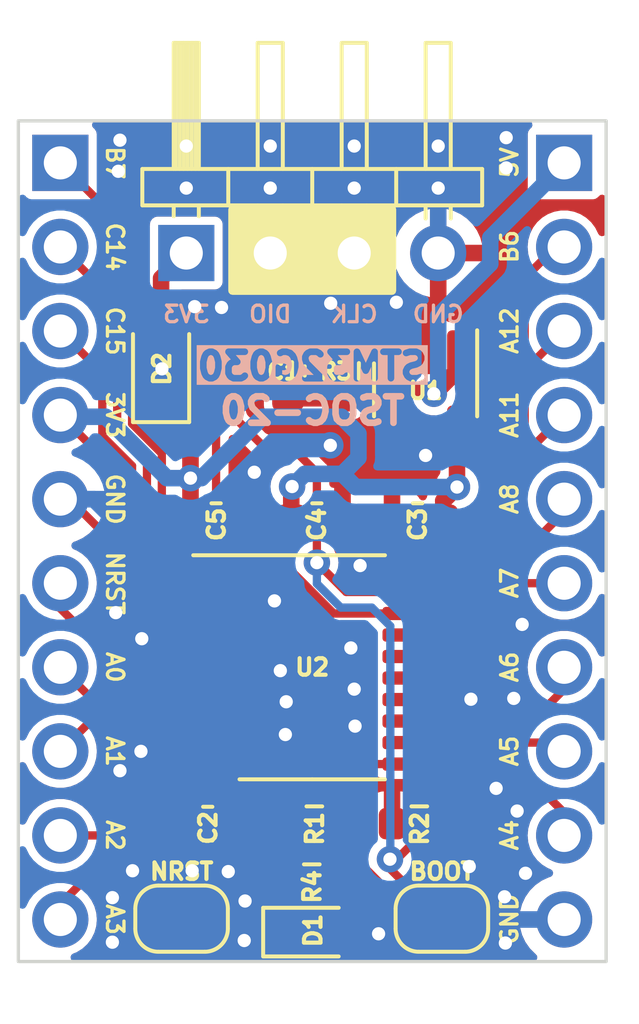
<source format=kicad_pcb>
(kicad_pcb (version 20221018) (generator pcbnew)
  (layers (0 "F.Cu" signal) (31 "B.Cu" signal) (34 "B.Paste" user) (35 "F.Paste" user) (36 "B.SilkS" user "B.Silkscreen") (37 "F.SilkS" user "F.Silkscreen") (38 "B.Mask" user) (39 "F.Mask" user) (44 "Edge.Cuts" user))
  (net 0 "")
  (net 1 "GND")
  (net 2 "+3.3V")
  (net 3 "NRST")
  (net 4 "PA4")
  (net 5 "Net-(D2-A)")
  (net 6 "SWDIO")
  (net 7 "SWCLK{slash}BOOT0")
  (net 8 "PB7")
  (net 9 "PC14")
  (net 10 "PC15")
  (net 11 "PA0")
  (net 12 "PA1")
  (net 13 "PB6")
  (net 14 "PA11")
  (net 15 "PA12")
  (net 16 "PA8")
  (net 17 "PA7")
  (net 18 "PA6")
  (net 19 "PA2")
  (net 20 "PA3")
  (net 21 "PA5")
  (net 22 "Net-(D1-A)")
  (net 23 "+5V")
  (net 24 "Net-(U1-CE)")
  (net 26 "Net-(JP2-A)")
  (footprint "Capacitor_SMD:C_0603_1608Metric" (layer "F.Cu") (at 79.389 122.8344 180)
    (fp_text reference "C2" (at -0.0114 -0.127 90) (layer "F.SilkS") (effects (font (size 0.5 0.5) (thickness 0.125))))
    (fp_text value "100nF")
    (pad "1" smd roundrect (at -0.775 0 180) (size 0.9 0.95) (layers "F.Cu" "F.Paste" "F.Mask") (net 1 "GND"))
    (pad "2" smd roundrect (at 0.775 0 180) (size 0.9 0.95) (layers "F.Cu" "F.Paste" "F.Mask") (net 3 "NRST"))
  )
  (footprint "LED_SMD:LED_0603_1608Metric" (layer "F.Cu") (at 82.55 126.111)
    (fp_text reference "D1" (at 0.0254 -0.0508 90) (layer "F.SilkS") (effects (font (size 0.5 0.5) (thickness 0.125))))
    (fp_text value "BLUE")
    (pad "1" smd roundrect (at -0.7875 0) (size 0.875 0.95) (layers "F.Cu" "F.Paste" "F.Mask") (net 4 "PA4"))
    (pad "2" smd roundrect (at 0.7875 0) (size 0.875 0.95) (layers "F.Cu" "F.Paste" "F.Mask") (net 22 "Net-(D1-A)"))
  )
  (footprint "Connector_PinHeader_2.54mm:PinHeader_1x10_P2.54mm_Vertical" (layer "F.Cu") (at 74.93 102.87)
    (fp_text reference "J2" hide)
    (fp_text value "LEFT")
    (pad "1" thru_hole rect (at 0 0) (size 1.7 1.7) (drill 1) (layers "*.Cu" "*.Mask") (net 8 "PB7"))
    (pad "2" thru_hole oval (at 0 2.54) (size 1.7 1.7) (drill 1) (layers "*.Cu" "*.Mask") (net 9 "PC14"))
    (pad "3" thru_hole oval (at 0 5.08) (size 1.7 1.7) (drill 1) (layers "*.Cu" "*.Mask") (net 10 "PC15"))
    (pad "4" thru_hole oval (at 0 7.62) (size 1.7 1.7) (drill 1) (layers "*.Cu" "*.Mask") (net 2 "+3.3V"))
    (pad "5" thru_hole oval (at 0 10.16) (size 1.7 1.7) (drill 1) (layers "*.Cu" "*.Mask") (net 1 "GND"))
    (pad "6" thru_hole oval (at 0 12.7) (size 1.7 1.7) (drill 1) (layers "*.Cu" "*.Mask") (net 3 "NRST"))
    (pad "7" thru_hole oval (at 0 15.24) (size 1.7 1.7) (drill 1) (layers "*.Cu" "*.Mask") (net 11 "PA0"))
    (pad "8" thru_hole oval (at 0 17.78) (size 1.7 1.7) (drill 1) (layers "*.Cu" "*.Mask") (net 12 "PA1"))
    (pad "9" thru_hole oval (at 0 20.32) (size 1.7 1.7) (drill 1) (layers "*.Cu" "*.Mask") (net 19 "PA2"))
    (pad "10" thru_hole oval (at 0 22.86) (size 1.7 1.7) (drill 1) (layers "*.Cu" "*.Mask") (net 20 "PA3"))
  )
  (footprint "Capacitor_SMD:C_0603_1608Metric" (layer "F.Cu") (at 85.738 113.665)
    (fp_text reference "C3" (at 0 0.127 90) (layer "F.SilkS") (effects (font (size 0.5 0.5) (thickness 0.125))))
    (fp_text value "10uF")
    (pad "1" smd roundrect (at -0.775 0) (size 0.9 0.95) (layers "F.Cu" "F.Paste" "F.Mask") (net 1 "GND"))
    (pad "2" smd roundrect (at 0.775 0) (size 0.9 0.95) (layers "F.Cu" "F.Paste" "F.Mask") (net 2 "+3.3V"))
  )
  (footprint "Capacitor_SMD:C_0603_1608Metric" (layer "F.Cu") (at 81.8134 109.1568 -90)
    (fp_text reference "C1" (at 0.0124 0.127) (layer "F.SilkS") (effects (font (size 0.5 0.5) (thickness 0.125))))
    (fp_text value "10uF")
    (pad "1" smd roundrect (at -0.775 0 270) (size 0.9 0.95) (layers "F.Cu" "F.Paste" "F.Mask") (net 1 "GND"))
    (pad "2" smd roundrect (at 0.775 0 270) (size 0.9 0.95) (layers "F.Cu" "F.Paste" "F.Mask") (net 23 "+5V"))
  )
  (footprint "Capacitor_SMD:C_0603_1608Metric" (layer "F.Cu") (at 82.69 113.665)
    (fp_text reference "C4" (at 0 0.127 90) (layer "F.SilkS") (effects (font (size 0.5 0.5) (thickness 0.125))))
    (fp_text value "100nF")
    (pad "1" smd roundrect (at -0.775 0) (size 0.9 0.95) (layers "F.Cu" "F.Paste" "F.Mask") (net 2 "+3.3V"))
    (pad "2" smd roundrect (at 0.775 0) (size 0.9 0.95) (layers "F.Cu" "F.Paste" "F.Mask") (net 1 "GND"))
  )
  (footprint "Resistor_SMD:R_0603_1608Metric" (layer "F.Cu") (at 85.789 122.8344 180)
    (fp_text reference "R2" (at -0.0122 -0.1524 90) (layer "F.SilkS") (effects (font (size 0.5 0.5) (thickness 0.125))))
    (fp_text value "10k")
    (pad "1" smd roundrect (at -0.825 0 180) (size 0.8 0.95) (layers "F.Cu" "F.Paste" "F.Mask") (net 7 "SWCLK{slash}BOOT0"))
    (pad "2" smd roundrect (at 0.825 0 180) (size 0.8 0.95) (layers "F.Cu" "F.Paste" "F.Mask") (net 1 "GND"))
  )
  (footprint "Diode_SMD:D_SOD-323" (layer "F.Cu") (at 77.978 109.093 90)
    (fp_text reference "D2" (at 0 0.0254 90) (layer "F.SilkS") (effects (font (size 0.5 0.5) (thickness 0.125))))
    (fp_text value "1N5819WS")
    (pad "1" smd roundrect (at -1.05 0 90) (size 0.6 0.45) (layers "F.Cu" "F.Paste" "F.Mask") (net 2 "+3.3V"))
    (pad "2" smd roundrect (at 1.05 0 90) (size 0.6 0.45) (layers "F.Cu" "F.Paste" "F.Mask") (net 5 "Net-(D2-A)"))
  )
  (footprint "Resistor_SMD:R_0603_1608Metric" (layer "F.Cu") (at 83.439 109.156 -90)
    (fp_text reference "R3" (at 0.0132 0.1524) (layer "F.SilkS") (effects (font (size 0.5 0.5) (thickness 0.125))))
    (fp_text value "100k")
    (pad "1" smd roundrect (at -0.825 0 270) (size 0.8 0.95) (layers "F.Cu" "F.Paste" "F.Mask") (net 24 "Net-(U1-CE)"))
    (pad "2" smd roundrect (at 0.825 0 270) (size 0.8 0.95) (layers "F.Cu" "F.Paste" "F.Mask") (net 23 "+5V"))
  )
  (footprint "Capacitor_SMD:C_0603_1608Metric" (layer "F.Cu") (at 79.642 113.665)
    (fp_text reference "C5" (at 0.0124 0.127 90) (layer "F.SilkS") (effects (font (size 0.5 0.5) (thickness 0.125))))
    (fp_text value "10uF")
    (pad "1" smd roundrect (at -0.775 0) (size 0.9 0.95) (layers "F.Cu" "F.Paste" "F.Mask") (net 2 "+3.3V"))
    (pad "2" smd roundrect (at 0.775 0) (size 0.9 0.95) (layers "F.Cu" "F.Paste" "F.Mask") (net 1 "GND"))
  )
  (footprint "Connector_PinHeader_2.54mm:PinHeader_1x04_P2.54mm_Horizontal" (layer "F.Cu") (at 78.74 105.594 90)
    (fp_text reference "J1" hide)
    (fp_text value "STLINK")
    (pad "1" thru_hole rect (at 0 0 90) (size 1.7 1.7) (drill 1) (layers "*.Cu" "*.Mask") (net 5 "Net-(D2-A)"))
    (pad "2" thru_hole oval (at 0 2.54 90) (size 1.7 1.7) (drill 1) (layers "*.Cu" "*.Mask") (net 6 "SWDIO"))
    (pad "3" thru_hole oval (at 0 5.08 90) (size 1.7 1.7) (drill 1) (layers "*.Cu" "*.Mask") (net 7 "SWCLK{slash}BOOT0"))
    (pad "4" thru_hole oval (at 0 7.62 90) (size 1.7 1.7) (drill 1) (layers "*.Cu" "*.Mask") (net 1 "GND"))
  )
  (footprint "Resistor_SMD:R_0603_1608Metric" (layer "F.Cu") (at 82.614 122.8344)
    (fp_text reference "R1" (at 0.0122 0.1524 90) (layer "F.SilkS") (effects (font (size 0.5 0.5) (thickness 0.125))))
    (fp_text value "330")
    (pad "1" smd roundrect (at -0.825 0) (size 0.8 0.95) (layers "F.Cu" "F.Paste" "F.Mask") (net 2 "+3.3V"))
    (pad "2" smd roundrect (at 0.825 0) (size 0.8 0.95) (layers "F.Cu" "F.Paste" "F.Mask") (net 26 "Net-(JP2-A)"))
  )
  (footprint "Package_TO_SOT_SMD:SOT-23-5" (layer "F.Cu") (at 85.979 109.728 -90)
    (fp_text reference "U1" (at 0.0254 0) (layer "F.SilkS") (effects (font (size 0.5 0.5) (thickness 0.125) bold)))
    (fp_text value "XC6220B331MR")
    (pad "1" smd roundrect (at -1.1375 -0.95 270) (size 1.325 0.6) (layers "F.Cu" "F.Paste" "F.Mask") (net 23 "+5V"))
    (pad "2" smd roundrect (at -1.1375 0 270) (size 1.325 0.6) (layers "F.Cu" "F.Paste" "F.Mask") (net 1 "GND"))
    (pad "3" smd roundrect (at -1.1375 0.95 270) (size 1.325 0.6) (layers "F.Cu" "F.Paste" "F.Mask") (net 24 "Net-(U1-CE)"))
    (pad "4" smd roundrect (at 1.1375 0.95 270) (size 1.325 0.6) (layers "F.Cu" "F.Paste" "F.Mask"))
    (pad "5" smd roundrect (at 1.1375 -0.95 270) (size 1.325 0.6) (layers "F.Cu" "F.Paste" "F.Mask") (net 2 "+3.3V"))
  )
  (footprint "Package_SO:TSSOP-20_4.4x6.5mm_P0.65mm" (layer "F.Cu") (at 82.55 118.11)
    (fp_text reference "U2" (at 0 0) (layer "F.SilkS") (effects (font (size 0.5 0.5) (thickness 0.125))))
    (fp_text value "STM32G030F6Px")
    (pad "1" smd roundrect (at -2.8625 -2.925) (size 1.475 0.4) (layers "F.Cu" "F.Paste" "F.Mask") (net 8 "PB7"))
    (pad "2" smd roundrect (at -2.8625 -2.275) (size 1.475 0.4) (layers "F.Cu" "F.Paste" "F.Mask") (net 9 "PC14"))
    (pad "3" smd roundrect (at -2.8625 -1.625) (size 1.475 0.4) (layers "F.Cu" "F.Paste" "F.Mask") (net 10 "PC15"))
    (pad "4" smd roundrect (at -2.8625 -0.975) (size 1.475 0.4) (layers "F.Cu" "F.Paste" "F.Mask") (net 2 "+3.3V"))
    (pad "5" smd roundrect (at -2.8625 -0.325) (size 1.475 0.4) (layers "F.Cu" "F.Paste" "F.Mask") (net 1 "GND"))
    (pad "6" smd roundrect (at -2.8625 0.325) (size 1.475 0.4) (layers "F.Cu" "F.Paste" "F.Mask") (net 3 "NRST"))
    (pad "7" smd roundrect (at -2.8625 0.975) (size 1.475 0.4) (layers "F.Cu" "F.Paste" "F.Mask") (net 11 "PA0"))
    (pad "8" smd roundrect (at -2.8625 1.625) (size 1.475 0.4) (layers "F.Cu" "F.Paste" "F.Mask") (net 12 "PA1"))
    (pad "9" smd roundrect (at -2.8625 2.275) (size 1.475 0.4) (layers "F.Cu" "F.Paste" "F.Mask") (net 19 "PA2"))
    (pad "10" smd roundrect (at -2.8625 2.925) (size 1.475 0.4) (layers "F.Cu" "F.Paste" "F.Mask") (net 20 "PA3"))
    (pad "11" smd roundrect (at 2.8625 2.925) (size 1.475 0.4) (layers "F.Cu" "F.Paste" "F.Mask") (net 4 "PA4"))
    (pad "12" smd roundrect (at 2.8625 2.275) (size 1.475 0.4) (layers "F.Cu" "F.Paste" "F.Mask") (net 21 "PA5"))
    (pad "13" smd roundrect (at 2.8625 1.625) (size 1.475 0.4) (layers "F.Cu" "F.Paste" "F.Mask") (net 18 "PA6"))
    (pad "14" smd roundrect (at 2.8625 0.975) (size 1.475 0.4) (layers "F.Cu" "F.Paste" "F.Mask") (net 17 "PA7"))
    (pad "15" smd roundrect (at 2.8625 0.325) (size 1.475 0.4) (layers "F.Cu" "F.Paste" "F.Mask") (net 16 "PA8"))
    (pad "16" smd roundrect (at 2.8625 -0.325) (size 1.475 0.4) (layers "F.Cu" "F.Paste" "F.Mask") (net 14 "PA11"))
    (pad "17" smd roundrect (at 2.8625 -0.975) (size 1.475 0.4) (layers "F.Cu" "F.Paste" "F.Mask") (net 15 "PA12"))
    (pad "18" smd roundrect (at 2.8625 -1.625) (size 1.475 0.4) (layers "F.Cu" "F.Paste" "F.Mask") (net 6 "SWDIO"))
    (pad "19" smd roundrect (at 2.8625 -2.275) (size 1.475 0.4) (layers "F.Cu" "F.Paste" "F.Mask") (net 7 "SWCLK{slash}BOOT0"))
    (pad "20" smd roundrect (at 2.8625 -2.925) (size 1.475 0.4) (layers "F.Cu" "F.Paste" "F.Mask") (net 13 "PB6"))
  )
  (footprint "Jumper:SolderJumper-2_P1.3mm_Open_RoundedPad1.0x1.5mm" (layer "F.Cu") (at 86.472 125.7046)
    (fp_text reference "JP2" hide)
    (fp_text value "BOOT0")
    (pad "1" smd custom (at -0.65 0) (size 1 0.5) (layers "F.Cu" "F.Mask") (net 26 "Net-(JP2-A)") (options (clearance outline) (anchor rect)) (primitives (gr_circle (center 0 0.25) (end 0.5 0.25) (width 0) (fill yes)) (gr_circle (center 0 -0.25) (end 0.5 -0.25) (width 0) (fill yes)) (gr_poly (pts (xy 0.5 0.75) (xy 0 0.75) (xy 0 -0.75) (xy 0.5 -0.75)) (width 0) (fill yes))))
    (pad "2" smd custom (at 0.65 0) (size 1 0.5) (layers "F.Cu" "F.Mask") (net 7 "SWCLK{slash}BOOT0") (options (clearance outline) (anchor rect)) (primitives (gr_circle (center 0 0.25) (end 0.5 0.25) (width 0) (fill yes)) (gr_circle (center 0 -0.25) (end 0.5 -0.25) (width 0) (fill yes)) (gr_poly (pts (xy 0 0.75) (xy -0.5 0.75) (xy -0.5 -0.75) (xy 0 -0.75)) (width 0) (fill yes))))
  )
  (footprint "Connector_PinHeader_2.54mm:PinHeader_1x10_P2.54mm_Vertical" (layer "F.Cu") (at 90.17 102.87)
    (fp_text reference "J3" hide)
    (fp_text value "RIGHT")
    (pad "1" thru_hole rect (at 0 0) (size 1.7 1.7) (drill 1) (layers "*.Cu" "*.Mask") (net 23 "+5V"))
    (pad "2" thru_hole oval (at 0 2.54) (size 1.7 1.7) (drill 1) (layers "*.Cu" "*.Mask") (net 13 "PB6"))
    (pad "3" thru_hole oval (at 0 5.08) (size 1.7 1.7) (drill 1) (layers "*.Cu" "*.Mask") (net 15 "PA12"))
    (pad "4" thru_hole oval (at 0 7.62) (size 1.7 1.7) (drill 1) (layers "*.Cu" "*.Mask") (net 14 "PA11"))
    (pad "5" thru_hole oval (at 0 10.16) (size 1.7 1.7) (drill 1) (layers "*.Cu" "*.Mask") (net 16 "PA8"))
    (pad "6" thru_hole oval (at 0 12.7) (size 1.7 1.7) (drill 1) (layers "*.Cu" "*.Mask") (net 17 "PA7"))
    (pad "7" thru_hole oval (at 0 15.24) (size 1.7 1.7) (drill 1) (layers "*.Cu" "*.Mask") (net 18 "PA6"))
    (pad "8" thru_hole oval (at 0 17.78) (size 1.7 1.7) (drill 1) (layers "*.Cu" "*.Mask") (net 21 "PA5"))
    (pad "9" thru_hole oval (at 0 20.32) (size 1.7 1.7) (drill 1) (layers "*.Cu" "*.Mask") (net 4 "PA4"))
    (pad "10" thru_hole oval (at 0 22.86) (size 1.7 1.7) (drill 1) (layers "*.Cu" "*.Mask") (net 1 "GND"))
  )
  (footprint "Jumper:SolderJumper-2_P1.3mm_Open_RoundedPad1.0x1.5mm" (layer "F.Cu") (at 78.598 125.7046 180)
    (fp_text reference "JP1" hide)
    (fp_text value "RESET")
    (pad "1" smd custom (at -0.65 0 180) (size 1 0.5) (layers "F.Cu" "F.Mask") (net 1 "GND") (options (clearance outline) (anchor rect)) (primitives (gr_circle (center 0 0.25) (end 0.5 0.25) (width 0) (fill yes)) (gr_circle (center 0 -0.25) (end 0.5 -0.25) (width 0) (fill yes)) (gr_poly (pts (xy 0.5 0.75) (xy 0 0.75) (xy 0 -0.75) (xy 0.5 -0.75)) (width 0) (fill yes))))
    (pad "2" smd custom (at 0.65 0 180) (size 1 0.5) (layers "F.Cu" "F.Mask") (net 3 "NRST") (options (clearance outline) (anchor rect)) (primitives (gr_circle (center 0 0.25) (end 0.5 0.25) (width 0) (fill yes)) (gr_circle (center 0 -0.25) (end 0.5 -0.25) (width 0) (fill yes)) (gr_poly (pts (xy 0 0.75) (xy -0.5 0.75) (xy -0.5 -0.75) (xy 0 -0.75)) (width 0) (fill yes))))
  )
  (footprint "Resistor_SMD:R_0603_1608Metric" (layer "F.Cu") (at 82.5368 124.587)
    (fp_text reference "R4" (at 0.0132 0.1524 90) (layer "F.SilkS") (effects (font (size 0.5 0.5) (thickness 0.125))))
    (fp_text value "10k")
    (pad "1" smd roundrect (at -0.825 0) (size 0.8 0.95) (layers "F.Cu" "F.Paste" "F.Mask") (net 2 "+3.3V"))
    (pad "2" smd roundrect (at 0.825 0) (size 0.8 0.95) (layers "F.Cu" "F.Paste" "F.Mask") (net 22 "Net-(D1-A)"))
  )
  (gr_rect (start 73.66 101.6) (end 91.44 127) (stroke (width 0.1)) (fill none) (layer "Edge.Cuts"))
  (gr_text "TSOC-20" (at 82.55 110.363) (layer "B.SilkS") (effects (font (size 0.8 0.8) (thickness 0.2) bold) (justify mirror)))
  (gr_text "DIO" (at 81.28 107.442) (layer "B.SilkS") (effects (font (size 0.5 0.5) (thickness 0.1) bold) (justify mirror)))
  (gr_text "STM32G030" (at 82.55 109.0168) (layer "B.SilkS" knockout) (effects (font (size 0.8 0.8) (thickness 0.2) bold) (justify mirror)))
  (gr_text "GND" (at 86.36 107.442) (layer "B.SilkS") (effects (font (size 0.5 0.5) (thickness 0.1) bold) (justify mirror)))
  (gr_text "3V3" (at 78.74 107.442) (layer "B.SilkS") (effects (font (size 0.5 0.5) (thickness 0.1) bold) (justify mirror)))
  (gr_text "CLK" (at 83.82 107.442) (layer "B.SilkS") (effects (font (size 0.5 0.5) (thickness 0.1) bold) (justify mirror)))
  (gr_text "GND" (at 88.519 125.72 90) (layer "F.SilkS") (effects (font (size 0.5 0.5) (thickness 0.1) bold)))
  (gr_text "A0" (at 76.581 118.11 270) (layer "F.SilkS") (effects (font (size 0.5 0.5) (thickness 0.1) bold)))
  (gr_text "C15" (at 76.581 107.95 270) (layer "F.SilkS") (effects (font (size 0.5 0.5) (thickness 0.1) bold)))
  (gr_text "A6" (at 88.519 118.1 90) (layer "F.SilkS") (effects (font (size 0.5 0.5) (thickness 0.1) bold)))
  (gr_text "B7" (at 76.581 102.87 270) (layer "F.SilkS") (effects (font (size 0.5 0.5) (thickness 0.1) bold)))
  (gr_text "A4" (at 88.519 123.18 90) (layer "F.SilkS") (effects (font (size 0.5 0.5) (thickness 0.1) bold)))
  (gr_text "5V" (at 88.519 102.86 90) (layer "F.SilkS") (effects (font (size 0.5 0.5) (thickness 0.1) bold)))
  (gr_text "C14" (at 76.581 105.41 270) (layer "F.SilkS") (effects (font (size 0.5 0.5) (thickness 0.1) bold)))
  (gr_text "B6" (at 88.519 105.4 90) (layer "F.SilkS") (effects (font (size 0.5 0.5) (thickness 0.1) bold)))
  (gr_text "A12" (at 88.519 107.94 90) (layer "F.SilkS") (effects (font (size 0.5 0.5) (thickness 0.1) bold)))
  (gr_text "A1" (at 76.581 120.65 270) (layer "F.SilkS") (effects (font (size 0.5 0.5) (thickness 0.1) bold)))
  (gr_text "A8" (at 88.519 113.02 90) (layer "F.SilkS") (effects (font (size 0.5 0.5) (thickness 0.1) bold)))
  (gr_text "GND" (at 76.581 113.03 270) (layer "F.SilkS") (effects (font (size 0.5 0.5) (thickness 0.1) bold)))
  (gr_text "NRST" (at 78.6 124.28) (layer "F.SilkS") (effects (font (size 0.5 0.5) (thickness 0.125))))
  (gr_text "A5" (at 88.519 120.64 90) (layer "F.SilkS") (effects (font (size 0.5 0.5) (thickness 0.1) bold)))
  (gr_text "A11" (at 88.519 110.48 90) (layer "F.SilkS") (effects (font (size 0.5 0.5) (thickness 0.1) bold)))
  (gr_text "BOOT" (at 86.472 124.28) (layer "F.SilkS") (effects (font (size 0.5 0.5) (thickness 0.125))))
  (gr_text "A2" (at 76.581 123.19 270) (layer "F.SilkS") (effects (font (size 0.5 0.5) (thickness 0.1) bold)))
  (gr_text "NRST" (at 76.581 115.57 270) (layer "F.SilkS") (effects (font (size 0.5 0.5) (thickness 0.1) bold)))
  (gr_text "A3" (at 76.581 125.73 270) (layer "F.SilkS") (effects (font (size 0.5 0.5) (thickness 0.1) bold)))
  (gr_text "3V3" (at 76.581 110.49 270) (layer "F.SilkS") (effects (font (size 0.5 0.5) (thickness 0.1) bold)))
  (gr_text "A7" (at 88.519 115.56 90) (layer "F.SilkS") (effects (font (size 0.5 0.5) (thickness 0.1) bold)))
  (segment (start 86.36 107.648472) (end 86.36 105.594) (width 0.5) (layer "F.Cu") (net 1))
  (segment (start 88.6206 124.714) (end 88.6206 124.7902) (width 0.25) (layer "F.Cu") (net 1))
  (segment (start 79.248 125.7046) (end 79.248 126.111) (width 0.25) (layer "F.Cu") (net 1))
  (segment (start 83.980682 115.0366) (end 83.9978 115.0366) (width 0.5) (layer "F.Cu") (net 1))
  (segment (start 81.7372 120.015) (end 81.7372 120.142) (width 0.25) (layer "F.Cu") (net 1))
  (segment (start 85.979 108.029472) (end 85.979 108.5905) (width 0.5) (layer "F.Cu") (net 1))
  (segment (start 84.963 113.665) (end 84.963 112.4712) (width 0.5) (layer "F.Cu") (net 1))
  (segment (start 82.8548 107.3404) (end 83.1088 107.1118) (width 0.5) (layer "F.Cu") (net 1))
  (segment (start 84.963 112.4712) (end 85.4562 111.978) (width 0.5) (layer "F.Cu") (net 1))
  (segment (start 83.1088 107.1118) (end 85.0646 107.1118) (width 0.5) (layer "F.Cu") (net 1))
  (segment (start 81.4324 108.3818) (end 81.8134 108.3818) (width 0.5) (layer "F.Cu") (net 1))
  (segment (start 88.6206 125.2982) (end 88.6206 125.5776) (width 0.25) (layer "F.Cu") (net 1))
  (segment (start 82.4738 107.3404) (end 82.8548 107.3404) (width 0.5) (layer "F.Cu") (net 1))
  (segment (start 82.1436 119.6086) (end 81.7372 120.015) (width 0.25) (layer "F.Cu") (net 1))
  (segment (start 81.3054 121.693) (end 80.164 122.8344) (width 0.25) (layer "F.Cu") (net 1))
  (segment (start 78.9178 124.2568) (end 79.274 124.613) (width 0.25) (layer "F.Cu") (net 1))
  (segment (start 83.0975 111.4044) (end 82.5249 110.8318) (width 0.5) (layer "F.Cu") (net 1))
  (segment (start 88.6206 125.5776) (end 88.773 125.73) (width 0.25) (layer "F.Cu") (net 1))
  (segment (start 89.0016 124.333) (end 88.6206 124.714) (width 0.25) (layer "F.Cu") (net 1))
  (segment (start 83.465 113.665) (end 83.465 114.520918) (width 0.5) (layer "F.Cu") (net 1))
  (segment (start 88.773 125.73) (end 90.17 125.73) (width 0.25) (layer "F.Cu") (net 1))
  (segment (start 81.3054 120.4468) (end 81.3054 121.693) (width 0.25) (layer "F.Cu") (net 1))
  (segment (start 80.164 122.8344) (end 80.164 124.1282) (width 0.25) (layer "F.Cu") (net 1))
  (segment (start 82.5249 110.8318) (end 81.283806 110.8318) (width 0.5) (layer "F.Cu") (net 1))
  (segment (start 87.4776 123.0376) (end 87.4776 122.1994) (width 0.25) (layer "F.Cu") (net 1))
  (segment (start 82.1436 118.7704) (end 81.7626 119.1514) (width 0.25) (layer "F.Cu") (net 1))
  (segment (start 77.9324 117.785) (end 79.6875 117.785) (width 0.25) (layer "F.Cu") (net 1))
  (segment (start 76.1238 115.2652) (end 76.1238 113.9444) (width 0.25) (layer "F.Cu") (net 1))
  (segment (start 87.4776 122.1994) (end 86.9696 121.6914) (width 0.25) (layer "F.Cu") (net 1))
  (segment (start 85.094335 107.082065) (end 85.094335 107.144807) (width 0.5) (layer "F.Cu") (net 1))
  (segment (start 76.6064 116.459) (end 77.9324 117.785) (width 0.25) (layer "F.Cu") (net 1))
  (segment (start 81.8134 108.3818) (end 81.8134 108.0008) (width 0.5) (layer "F.Cu") (net 1))
  (segment (start 85.0646 107.1118) (end 85.094335 107.082065) (width 0.5) (layer "F.Cu") (net 1))
  (segment (start 81.6102 120.142) (end 81.3054 120.4468) (width 0.25) (layer "F.Cu") (net 1))
  (segment (start 84.963 113.665) (end 83.465 113.665) (width 0.5) (layer "F.Cu") (net 1))
  (segment (start 80.7974 109.0168) (end 81.4324 108.3818) (width 0.5) (layer "F.Cu") (net 1))
  (segment (start 81.7626 119.1514) (end 82.1436 119.5324) (width 0.25) (layer "F.Cu") (net 1))
  (segment (start 79.274 124.613) (end 79.274 125.6786) (width 0.25) (layer "F.Cu") (net 1))
  (segment (start 85.4562 111.978) (end 85.7102 111.978) (width 0.5) (layer "F.Cu") (net 1))
  (segment (start 76.6064 116.459) (end 76.6064 115.7478) (width 0.25) (layer "F.Cu") (net 1))
  (segment (start 82.1436 118.2116) (end 82.1436 118.7704) (width 0.25) (layer "F.Cu") (net 1))
  (segment (start 81.8134 108.0008) (end 82.4738 107.3404) (width 0.5) (layer "F.Cu") (net 1))
  (segment (start 85.7102 111.978) (end 85.979 111.7092) (width 0.5) (layer "F.Cu") (net 1))
  (segment (start 81.5848 118.2116) (end 82.1436 118.2116) (width 0.25) (layer "F.Cu") (net 1))
  (segment (start 83.0975 111.4044) (end 83.465 111.7719) (width 0.5) (layer "F.Cu") (net 1))
  (segment (start 79.6875 117.785) (end 81.717 117.785) (width 0.25) (layer "F.Cu") (net 1))
  (segment (start 81.7372 120.142) (end 81.6102 120.142) (width 0.25) (layer "F.Cu") (net 1))
  (segment (start 76.1238 113.9444) (end 75.2094 113.03) (width 0.25) (layer "F.Cu") (net 1))
  (segment (start 85.979 108.029472) (end 86.36 107.648472) (width 0.5) (layer "F.Cu") (net 1))
  (segment (start 76.6064 115.7478) (end 76.1238 115.2652) (width 0.25) (layer "F.Cu") (net 1))
  (segment (start 83.465 111.7719) (end 83.465 113.665) (width 0.5) (layer "F.Cu") (net 1))
  (segment (start 89.0016 124.333) (end 88.773 124.333) (width 0.25) (layer "F.Cu") (net 1))
  (segment (start 80.7974 112.2172) (end 80.417 112.5976) (width 0.5) (layer "F.Cu") (net 1))
  (segment (start 84.964 121.6914) (end 84.964 122.8344) (width 0.25) (layer "F.Cu") (net 1))
  (segment (start 81.717 117.785) (end 81.5848 118.2116) (width 0.25) (layer "F.Cu") (net 1))
  (segment (start 79.274 125.6786) (end 79.248 125.7046) (width 0.25) (layer "F.Cu") (net 1))
  (segment (start 88.773 124.333) (end 87.4776 123.0376) (width 0.25) (layer "F.Cu") (net 1))
  (segment (start 88.6206 124.7902) (end 88.3666 125.0442) (width 0.25) (layer "F.Cu") (net 1))
  (segment (start 86.9696 121.6914) (end 84.964 121.6914) (width 0.25) (layer "F.Cu") (net 1))
  (segment (start 85.094335 107.144807) (end 85.979 108.029472) (width 0.5) (layer "F.Cu") (net 1))
  (segment (start 82.1436 119.5324) (end 82.1436 119.6086) (width 0.25) (layer "F.Cu") (net 1))
  (segment (start 80.7974 110.345394) (end 80.7974 109.0168) (width 0.5) (layer "F.Cu") (net 1))
  (segment (start 88.3666 125.0442) (end 88.6206 125.2982) (width 0.25) (layer "F.Cu") (net 1))
  (segment (start 80.164 124.1282) (end 80.01 124.2822) (width 0.25) (layer "F.Cu") (net 1))
  (segment (start 80.417 112.5976) (end 80.417 113.665) (width 0.5) (layer "F.Cu") (net 1))
  (segment (start 83.465 114.520918) (end 83.980682 115.0366) (width 0.5) (layer "F.Cu") (net 1))
  (segment (start 81.283806 110.8318) (end 80.7974 110.345394) (width 0.5) (layer "F.Cu") (net 1))
  (via (at 76.6064 116.459) (size 0.8) (drill 0.4) (layers "F.Cu" "B.Cu") (net 1))
  (via (at 77.3938 117.2464) (size 0.8) (drill 0.4) (layers "F.Cu" "B.Cu") (net 1))
  (via (at 80.7974 112.2172) (size 0.8) (drill 0.4) (layers "F.Cu" "B.Cu") (net 1))
  (via (at 85.094335 107.082065) (size 0.8) (drill 0.4) (layers "F.Cu" "B.Cu") (net 1))
  (via (at 81.5848 118.2116) (size 0.8) (drill 0.4) (layers "F.Cu" "B.Cu") (net 1))
  (via (at 83.7184 117.5258) (size 0.8) (drill 0.4) (layers "F.Cu" "B.Cu") (net 1))
  (via (at 83.0975 111.4044) (size 0.8) (drill 0.4) (layers "F.Cu" "B.Cu") (net 1))
  (via (at 86.36 102.362) (size 0.8) (drill 0.4) (layers "F.Cu" "B.Cu") (net 1))
  (via (at 88.4174 103.0224) (size 0.8) (drill 0.4) (layers "F.Cu" "B.Cu") (net 1))
  (via (at 81.28 103.632) (size 0.8) (drill 0.4) (layers "F.Cu" "B.Cu") (net 1))
  (via (at 79.8068 107.2388) (size 0.8) (drill 0.4) (layers "F.Cu" "B.Cu") (net 1))
  (via (at 76.7334 121.2342) (size 0.8) (drill 0.4) (layers "F.Cu" "B.Cu") (net 1))
  (via (at 89.0016 124.333) (size 0.8) (drill 0.4) (layers "F.Cu" "B.Cu") (net 1))
  (via (at 76.5048 125.0696) (size 0.8) (drill 0.4) (layers "F.Cu" "B.Cu") (net 1))
  (via (at 76.5048 126.4158) (size 0.8) (drill 0.4) (layers "F.Cu" "B.Cu") (net 1))
  (via (at 83.82 102.362) (size 0.8) (drill 0.4) (layers "F.Cu" "B.Cu") (net 1))
  (via (at 78.74 102.362) (size 0.8) (drill 0.4) (layers "F.Cu" "B.Cu") (net 1))
  (via (at 83.9978 115.0366) (size 0.8) (drill 0.4) (layers "F.Cu" "B.Cu") (net 1))
  (via (at 76.7334 102.1842) (size 0.8) (drill 0.4) (layers "F.Cu" "B.Cu") (net 1))
  (via (at 88.4174 102.108) (size 0.8) (drill 0.4) (layers "F.Cu" "B.Cu") (net 1))
  (via (at 81.28 102.362) (size 0.8) (drill 0.4) (layers "F.Cu" "B.Cu") (net 1))
  (via (at 81.7372 120.142) (size 0.8) (drill 0.4) (layers "F.Cu" "B.Cu") (net 1))
  (via (at 88.9 116.8146) (size 0.8) (drill 0.4) (layers "F.Cu" "B.Cu") (net 1))
  (via (at 87.3506 119.0752) (size 0.8) (drill 0.4) (layers "F.Cu" "B.Cu") (net 1))
  (via (at 78.0034 109.093) (size 0.8) (drill 0.4) (layers "F.Cu" "B.Cu") (net 1))
  (via (at 88.392 126.4412) (size 0.8) (drill 0.4) (layers "F.Cu" "B.Cu") (net 1))
  (via (at 84.5566 126.1618) (size 0.8) (drill 0.4) (layers "F.Cu" "B.Cu") (net 1))
  (via (at 88.1126 121.7676) (size 0.8) (drill 0.4) (layers "F.Cu" "B.Cu") (net 1))
  (via (at 77.3684 120.65) (size 0.8) (drill 0.4) (layers "F.Cu" "B.Cu") (net 1))
  (via (at 76.6826 103.124) (size 0.8) (drill 0.4) (layers "F.Cu" "B.Cu") (net 1))
  (via (at 80.4926 126.365) (size 0.8) (drill 0.4) (layers "F.Cu" "B.Cu") (net 1))
  (via (at 78.9178 124.2568) (size 0.8) (drill 0.4) (layers "F.Cu" "B.Cu") (net 1))
  (via (at 83.82 118.7704) (size 0.8) (drill 0.4) (layers "F.Cu" "B.Cu") (net 1))
  (via (at 86.36 103.632) (size 0.8) (drill 0.4) (layers "F.Cu" "B.Cu") (net 1))
  (via (at 87.2998 124.1298) (size 0.8) (drill 0.4) (layers "F.Cu" "B.Cu") (net 1))
  (via (at 81.7626 119.1514) (size 0.8) (drill 0.4) (layers "F.Cu" "B.Cu") (net 1))
  (via (at 80.518 125.1712) (size 0.8) (drill 0.4) (layers "F.Cu" "B.Cu") (net 1))
  (via (at 80.01 124.2822) (size 0.8) (drill 0.4) (layers "F.Cu" "B.Cu") (net 1))
  (via (at 77.1144 124.2568) (size 0.8) (drill 0.4) (layers "F.Cu" "B.Cu") (net 1))
  (via (at 88.3666 125.0442) (size 0.8) (drill 0.4) (layers "F.Cu" "B.Cu") (net 1))
  (via (at 81.407 116.1034) (size 0.8) (drill 0.4) (layers "F.Cu" "B.Cu") (net 1))
  (via (at 78.74 103.632) (size 0.8) (drill 0.4) (layers "F.Cu" "B.Cu") (net 1))
  (via (at 88.646 119.0498) (size 0.8) (drill 0.4) (layers "F.Cu" "B.Cu") (net 1))
  (via (at 83.82 103.632) (size 0.8) (drill 0.4) (layers "F.Cu" "B.Cu") (net 1))
  (via (at 83.1088 107.1118) (size 0.8) (drill 0.4) (layers "F.Cu" "B.Cu") (net 1))
  (via (at 78.994 107.2134) (size 0.8) (drill 0.4) (layers "F.Cu" "B.Cu") (net 1))
  (via (at 88.7476 122.4534) (size 0.8) (drill 0.4) (layers "F.Cu" "B.Cu") (net 1))
  (via (at 83.8454 119.888) (size 0.8) (drill 0.4) (layers "F.Cu" "B.Cu") (net 1))
  (via (at 85.979 111.7092) (size 0.8) (drill 0.4) (layers "F.Cu" "B.Cu") (net 1))
  (segment (start 75.946 113.03) (end 77.3938 114.4778) (width 0.5) (layer "B.Cu") (net 1))
  (segment (start 80.4926 124.7648) (end 80.4926 125.1458) (width 0.5) (layer "B.Cu") (net 1))
  (segment (start 84.5566 126.1618) (end 84.9884 125.73) (width 0.5) (layer "B.Cu") (net 1))
  (segment (start 77.3938 120.6246) (end 77.3938 117.2464) (width 0.5) (layer "B.Cu") (net 1))
  (segment (start 84.9884 125.73) (end 90.17 125.73) (width 0.5) (layer "B.Cu") (net 1))
  (segment (start 84.1248 125.73) (end 81.1276 125.73) (width 0.5) (layer "B.Cu") (net 1))
  (segment (start 77.3684 120.65) (end 77.3684 122.7074) (width 0.5) (layer "B.Cu") (net 1))
  (segment (start 80.4926 125.1966) (end 80.4926 126.365) (width 0.5) (layer "B.Cu") (net 1))
  (segment (start 80.7974 112.2172) (end 78.5368 114.4778) (width 0.5) (layer "B.Cu") (net 1))
  (segment (start 77.3684 120.65) (end 77.3938 120.6246) (width 0.5) (layer "B.Cu") (net 1))
  (segment (start 80.4926 125.1458) (end 80.518 125.1712) (width 0.5) (layer "B.Cu") (net 1))
  (segment (start 84.5566 126.1618) (end 84.1248 125.73) (width 0.5) (layer "B.Cu") (net 1))
  (segment (start 74.93 113.03) (end 75.946 113.03) (width 0.5) (layer "B.Cu") (net 1))
  (segment (start 78.9432 124.2822) (end 80.01 124.2822) (width 0.5) (layer "B.Cu") (net 1))
  (segment (start 80.518 125.1712) (end 80.4926 125.1966) (width 0.5) (layer "B.Cu") (net 1))
  (segment (start 83.0975 111.4044) (end 81.6102 111.4044) (width 0.5) (layer "B.Cu") (net 1))
  (segment (start 81.6102 111.4044) (end 80.7974 112.2172) (width 0.5) (layer "B.Cu") (net 1))
  (segment (start 77.3938 114.4778) (end 77.3938 117.2464) (width 0.5) (layer "B.Cu") (net 1))
  (segment (start 78.5368 114.4778) (end 77.3938 114.4778) (width 0.5) (layer "B.Cu") (net 1))
  (segment (start 80.01 124.2822) (end 80.4926 124.7648) (width 0.5) (layer "B.Cu") (net 1))
  (segment (start 77.3684 122.7074) (end 78.9432 124.2822) (width 0.5) (layer "B.Cu") (net 1))
  (segment (start 81.1276 125.73) (end 80.4926 126.365) (width 0.5) (layer "B.Cu") (net 1))
  (segment (start 82.0322 117.135) (end 82.8294 117.9322) (width 0.25) (layer "F.Cu") (net 2))
  (segment (start 78.867 112.395) (end 78.867 113.665) (width 0.5) (layer "F.Cu") (net 2))
  (segment (start 76.65 112.21) (end 76.65 115.008188) (width 0.25) (layer "F.Cu") (net 2))
  (segment (start 82.8294 120.504433) (end 81.789 121.544833) (width 0.25) (layer "F.Cu") (net 2))
  (segment (start 76.65 115.008188) (end 78.776812 117.135) (width 0.25) (layer "F.Cu") (net 2))
  (segment (start 77.978 110.81564) (end 77.978 110.143) (width 0.5) (layer "F.Cu") (net 2))
  (segment (start 78.776812 117.135) (end 79.6875 117.135) (width 0.25) (layer "F.Cu") (net 2))
  (segment (start 86.513 113.0814) (end 86.513 113.665) (width 0.5) (layer "F.Cu") (net 2))
  (segment (start 79.6875 117.135) (end 82.0322 117.135) (width 0.25) (layer "F.Cu") (net 2))
  (segment (start 78.867 111.70464) (end 77.978 110.81564) (width 0.5) (layer "F.Cu") (net 2))
  (segment (start 86.513 113.0802) (end 86.513 113.0814) (width 0.5) (layer "F.Cu") (net 2))
  (segment (start 82.8294 117.9322) (end 82.8294 120.504433) (width 0.25) (layer "F.Cu") (net 2))
  (segment (start 74.93 110.49) (end 76.65 112.21) (width 0.25) (layer "F.Cu") (net 2))
  (segment (start 81.789 124.5098) (end 81.7118 124.587) (width 0.25) (layer "F.Cu") (net 2))
  (segment (start 81.9404 112.649) (end 81.915 112.6744) (width 0.5) (layer "F.Cu") (net 2))
  (segment (start 86.929 110.8655) (end 86.929 112.6642) (width 0.5) (layer "F.Cu") (net 2))
  (segment (start 81.915 112.6744) (end 81.915 113.665) (width 0.5) (layer "F.Cu") (net 2))
  (segment (start 86.929 112.6642) (end 86.513 113.0802) (width 0.5) (layer "F.Cu") (net 2))
  (segment (start 81.789 121.544833) (end 81.789 124.5098) (width 0.25) (layer "F.Cu") (net 2))
  (segment (start 78.867 112.395) (end 78.867 111.70464) (width 0.5) (layer "F.Cu") (net 2))
  (via (at 78.867 112.395) (size 0.8) (drill 0.4) (layers "F.Cu" "B.Cu") (net 2))
  (via (at 81.9404 112.649) (size 0.8) (drill 0.4) (layers "F.Cu" "B.Cu") (net 2))
  (via (at 86.929 112.6642) (size 0.8) (drill 0.4) (layers "F.Cu" "B.Cu") (net 2))
  (segment (start 76.3016 110.5408) (end 74.9808 110.5408) (width 0.5) (layer "B.Cu") (net 2))
  (segment (start 83.435982 110.5408) (end 83.9475 111.052318) (width 0.5) (layer "B.Cu") (net 2))
  (segment (start 78.867 112.395) (end 79.1972 112.395) (width 0.5) (layer "B.Cu") (net 2))
  (segment (start 83.9475 111.779082) (end 83.460882 112.2657) (width 0.5) (layer "B.Cu") (net 2))
  (segment (start 78.867 112.395) (end 78.1558 112.395) (width 0.5) (layer "B.Cu") (net 2))
  (segment (start 74.9808 110.5408) (end 74.93 110.49) (width 0.5) (layer "B.Cu") (net 2))
  (segment (start 79.1972 112.395) (end 81.0514 110.5408) (width 0.5) (layer "B.Cu") (net 2))
  (segment (start 82.3237 112.2657) (end 83.460882 112.2657) (width 0.5) (layer "B.Cu") (net 2))
  (segment (start 78.1558 112.395) (end 76.3016 110.5408) (width 0.5) (layer "B.Cu") (net 2))
  (segment (start 81.0514 110.5408) (end 83.435982 110.5408) (width 0.5) (layer "B.Cu") (net 2))
  (segment (start 83.859382 112.6642) (end 83.460882 112.2657) (width 0.5) (layer "B.Cu") (net 2))
  (segment (start 83.9475 111.052318) (end 83.9475 111.779082) (width 0.5) (layer "B.Cu") (net 2))
  (segment (start 86.929 112.6642) (end 83.859382 112.6642) (width 0.5) (layer "B.Cu") (net 2))
  (segment (start 81.9404 112.649) (end 82.3237 112.2657) (width 0.5) (layer "B.Cu") (net 2))
  (segment (start 80.75 121.311041) (end 80.501041 121.56) (width 0.25) (layer "F.Cu") (net 3))
  (segment (start 80.75 118.808959) (end 80.75 121.311041) (width 0.25) (layer "F.Cu") (net 3))
  (segment (start 79.6875 118.435) (end 80.376041 118.435) (width 0.25) (layer "F.Cu") (net 3))
  (segment (start 80.501041 121.56) (end 79.8884 121.56) (width 0.25) (layer "F.Cu") (net 3))
  (segment (start 77.948 123.5004) (end 77.948 125.7046) (width 0.25) (layer "F.Cu") (net 3))
  (segment (start 74.93 116.332) (end 77.033 118.435) (width 0.25) (layer "F.Cu") (net 3))
  (segment (start 79.8884 121.56) (end 77.948 123.5004) (width 0.25) (layer "F.Cu") (net 3))
  (segment (start 77.033 118.435) (end 79.6875 118.435) (width 0.25) (layer "F.Cu") (net 3))
  (segment (start 80.376041 118.435) (end 80.75 118.808959) (width 0.25) (layer "F.Cu") (net 3))
  (segment (start 74.93 115.57) (end 74.93 116.332) (width 0.25) (layer "F.Cu") (net 3))
  (segment (start 77.948 125.7046) (end 77.948 126.111) (width 0.25) (layer "F.Cu") (net 3))
  (segment (start 82.5246 125.3489) (end 81.7625 126.111) (width 0.25) (layer "F.Cu") (net 4))
  (segment (start 90.17 123.19) (end 90.17 122.5042) (width 0.25) (layer "F.Cu") (net 4))
  (segment (start 90.17 122.5042) (end 88.5008 120.835) (width 0.25) (layer "F.Cu") (net 4))
  (segment (start 86.101041 121.035) (end 85.4125 121.035) (width 0.25) (layer "F.Cu") (net 4))
  (segment (start 82.935229 121.035) (end 82.5246 121.445629) (width 0.25) (layer "F.Cu") (net 4))
  (segment (start 88.5008 120.835) (end 86.301041 120.835) (width 0.25) (layer "F.Cu") (net 4))
  (segment (start 82.5246 121.445629) (end 82.5246 125.3489) (width 0.25) (layer "F.Cu") (net 4))
  (segment (start 86.301041 120.835) (end 86.101041 121.035) (width 0.25) (layer "F.Cu") (net 4))
  (segment (start 85.4125 121.035) (end 82.935229 121.035) (width 0.25) (layer "F.Cu") (net 4))
  (segment (start 77.978 106.356) (end 78.74 105.594) (width 0.5) (layer "F.Cu") (net 5))
  (segment (start 77.978 108.043) (end 77.978 106.356) (width 0.5) (layer "F.Cu") (net 5))
  (segment (start 79.642 108.570604) (end 81.28 106.932604) (width 0.25) (layer "F.Cu") (net 6))
  (segment (start 79.642 114.142817) (end 79.642 108.570604) (width 0.25) (layer "F.Cu") (net 6))
  (segment (start 83.201695 116.485) (end 81.308695 114.592) (width 0.25) (layer "F.Cu") (net 6))
  (segment (start 81.28 106.932604) (end 81.28 105.594) (width 0.25) (layer "F.Cu") (net 6))
  (segment (start 80.091183 114.592) (end 79.642 114.142817) (width 0.25) (layer "F.Cu") (net 6))
  (segment (start 81.308695 114.592) (end 80.091183 114.592) (width 0.25) (layer "F.Cu") (net 6))
  (segment (start 85.4125 116.485) (end 83.201695 116.485) (width 0.25) (layer "F.Cu") (net 6))
  (segment (start 85.9536 122.8344) (end 86.614 122.8344) (width 0.25) (layer "F.Cu") (net 7))
  (segment (start 81.8666 111.4068) (end 81.045634 111.4068) (width 0.25) (layer "F.Cu") (net 7))
  (segment (start 85.689 123.099) (end 85.9536 122.8344) (width 0.25) (layer "F.Cu") (net 7))
  (segment (start 87.122 125.29498) (end 87.122 125.7046) (width 0.25) (layer "F.Cu") (net 7))
  (segment (start 83.577 115.835) (end 82.69 114.948) (width 0.25) (layer "F.Cu") (net 7))
  (segment (start 81.045634 111.4068) (end 80.137 110.498166) (width 0.25) (layer "F.Cu") (net 7))
  (segment (start 84.901292 123.908489) (end 85.107373 123.908489) (width 0.25) (layer "F.Cu") (net 7))
  (segment (start 86.45662 124.6296) (end 87.122 125.29498) (width 0.25) (layer "F.Cu") (net 7))
  (segment (start 80.137 110.498166) (end 80.137 108.712) (width 0.25) (layer "F.Cu") (net 7))
  (segment (start 85.107373 123.908489) (end 85.689 123.326862) (width 0.25) (layer "F.Cu") (net 7))
  (segment (start 80.137 108.712) (end 83.255 105.594) (width 0.25) (layer "F.Cu") (net 7))
  (segment (start 85.4125 115.835) (end 83.577 115.835) (width 0.25) (layer "F.Cu") (net 7))
  (segment (start 82.69 112.2302) (end 81.8666 111.4068) (width 0.25) (layer "F.Cu") (net 7))
  (segment (start 84.901292 123.908489) (end 84.901292 124.195092) (width 0.25) (layer "F.Cu") (net 7))
  (segment (start 85.3358 124.6296) (end 86.45662 124.6296) (width 0.25) (layer "F.Cu") (net 7))
  (segment (start 82.69 114.948) (end 82.69 112.2302) (width 0.25) (layer "F.Cu") (net 7))
  (segment (start 85.689 123.326862) (end 85.689 123.099) (width 0.25) (layer "F.Cu") (net 7))
  (segment (start 84.901292 124.195092) (end 85.3358 124.6296) (width 0.25) (layer "F.Cu") (net 7))
  (segment (start 83.255 105.594) (end 83.82 105.594) (width 0.25) (layer "F.Cu") (net 7))
  (via (at 82.69 114.948) (size 0.8) (drill 0.4) (layers "F.Cu" "B.Cu") (net 7))
  (via (at 84.901292 123.908489) (size 0.8) (drill 0.4) (layers "F.Cu" "B.Cu") (net 7))
  (segment (start 84.9122 116.8654) (end 84.3534 116.3066) (width 0.25) (layer "B.Cu") (net 7))
  (segment (start 82.69 115.583) (end 82.69 114.948) (width 0.25) (layer "B.Cu") (net 7))
  (segment (start 83.4136 116.3066) (end 82.69 115.583) (width 0.25) (layer "B.Cu") (net 7))
  (segment (start 84.3534 116.3066) (end 83.4136 116.3066) (width 0.25) (layer "B.Cu") (net 7))
  (segment (start 84.901292 123.908489) (end 84.9122 123.897581) (width 0.25) (layer "B.Cu") (net 7))
  (segment (start 84.9122 123.897581) (end 84.9122 116.8654) (width 0.25) (layer "B.Cu") (net 7))
  (segment (start 77.1 105.04) (end 77.1 110.750812) (width 0.25) (layer "F.Cu") (net 8))
  (segment (start 78.736 115.185) (end 79.6875 115.185) (width 0.25) (layer "F.Cu") (net 8))
  (segment (start 74.93 102.87) (end 77.1 105.04) (width 0.25) (layer "F.Cu") (net 8))
  (segment (start 77.1 110.750812) (end 78 111.650812) (width 0.25) (layer "F.Cu") (net 8))
  (segment (start 78 114.449) (end 78.736 115.185) (width 0.25) (layer "F.Cu") (net 8))
  (segment (start 78 111.650812) (end 78 114.449) (width 0.25) (layer "F.Cu") (net 8))
  (segment (start 74.93 105.41) (end 76.65 107.13) (width 0.25) (layer "F.Cu") (net 9))
  (segment (start 77.55 111.837208) (end 77.55 114.635396) (width 0.25) (layer "F.Cu") (net 9))
  (segment (start 78.749604 115.835) (end 79.6875 115.835) (width 0.25) (layer "F.Cu") (net 9))
  (segment (start 76.65 110.937208) (end 77.55 111.837208) (width 0.25) (layer "F.Cu") (net 9))
  (segment (start 77.55 114.635396) (end 78.749604 115.835) (width 0.25) (layer "F.Cu") (net 9))
  (segment (start 76.65 107.13) (end 76.65 110.937208) (width 0.25) (layer "F.Cu") (net 9))
  (segment (start 78.763208 116.485) (end 79.6875 116.485) (width 0.25) (layer "F.Cu") (net 10))
  (segment (start 76.2 111.123604) (end 77.1 112.023604) (width 0.25) (layer "F.Cu") (net 10))
  (segment (start 77.1 112.023604) (end 77.1 114.821792) (width 0.25) (layer "F.Cu") (net 10))
  (segment (start 74.93 107.95) (end 76.2 109.22) (width 0.25) (layer "F.Cu") (net 10))
  (segment (start 77.1 114.821792) (end 78.763208 116.485) (width 0.25) (layer "F.Cu") (net 10))
  (segment (start 76.2 109.22) (end 76.2 111.123604) (width 0.25) (layer "F.Cu") (net 10))
  (segment (start 75.905 119.085) (end 79.6875 119.085) (width 0.25) (layer "F.Cu") (net 11))
  (segment (start 74.93 118.11) (end 75.905 119.085) (width 0.25) (layer "F.Cu") (net 11))
  (segment (start 75.845 119.735) (end 79.6875 119.735) (width 0.25) (layer "F.Cu") (net 12))
  (segment (start 74.93 120.65) (end 75.845 119.735) (width 0.25) (layer "F.Cu") (net 12))
  (segment (start 88.5262 108.957404) (end 88.5262 110.861008) (width 0.25) (layer "F.Cu") (net 13))
  (segment (start 86.491 115.185) (end 85.4125 115.185) (width 0.25) (layer "F.Cu") (net 13))
  (segment (start 88.9762 108.507404) (end 88.5262 108.957404) (width 0.25) (layer "F.Cu") (net 13))
  (segment (start 88 111.387208) (end 88 113.676) (width 0.25) (layer "F.Cu") (net 13))
  (segment (start 88.5262 110.861008) (end 88 111.387208) (width 0.25) (layer "F.Cu") (net 13))
  (segment (start 88 113.676) (end 86.491 115.185) (width 0.25) (layer "F.Cu") (net 13))
  (segment (start 90.17 105.41) (end 89.916 105.41) (width 0.25) (layer "F.Cu") (net 13))
  (segment (start 88.9762 106.3498) (end 88.9762 108.507404) (width 0.25) (layer "F.Cu") (net 13))
  (segment (start 89.916 105.41) (end 88.9762 106.3498) (width 0.25) (layer "F.Cu") (net 13))
  (segment (start 86.101041 117.785) (end 85.4125 117.785) (width 0.25) (layer "F.Cu") (net 14))
  (segment (start 90.17 110.49) (end 88.9 111.76) (width 0.25) (layer "F.Cu") (net 14))
  (segment (start 86.937 116.949041) (end 86.101041 117.785) (width 0.25) (layer "F.Cu") (net 14))
  (segment (start 86.937 116.011792) (end 86.937 116.949041) (width 0.25) (layer "F.Cu") (net 14))
  (segment (start 88.9 111.76) (end 88.9 114.048792) (width 0.25) (layer "F.Cu") (net 14))
  (segment (start 88.9 114.048792) (end 86.937 116.011792) (width 0.25) (layer "F.Cu") (net 14))
  (segment (start 88.9762 111.047404) (end 88.45 111.573604) (width 0.25) (layer "F.Cu") (net 15))
  (segment (start 86.101041 117.135) (end 85.4125 117.135) (width 0.25) (layer "F.Cu") (net 15))
  (segment (start 88.45 113.862396) (end 86.487 115.825396) (width 0.25) (layer "F.Cu") (net 15))
  (segment (start 86.487 116.749041) (end 86.101041 117.135) (width 0.25) (layer "F.Cu") (net 15))
  (segment (start 88.9762 109.1438) (end 88.9762 111.047404) (width 0.25) (layer "F.Cu") (net 15))
  (segment (start 86.487 115.825396) (end 86.487 116.749041) (width 0.25) (layer "F.Cu") (net 15))
  (segment (start 90.17 107.95) (end 88.9762 109.1438) (width 0.25) (layer "F.Cu") (net 15))
  (segment (start 88.45 111.573604) (end 88.45 113.862396) (width 0.25) (layer "F.Cu") (net 15))
  (segment (start 87.387 116.198188) (end 87.387 117.149041) (width 0.25) (layer "F.Cu") (net 16))
  (segment (start 87.387 117.149041) (end 86.101041 118.435) (width 0.25) (layer "F.Cu") (net 16))
  (segment (start 90.17 113.415188) (end 87.387 116.198188) (width 0.25) (layer "F.Cu") (net 16))
  (segment (start 90.17 113.03) (end 90.17 113.415188) (width 0.25) (layer "F.Cu") (net 16))
  (segment (start 86.101041 118.435) (end 85.4125 118.435) (width 0.25) (layer "F.Cu") (net 16))
  (segment (start 87.837 117.349041) (end 86.101041 119.085) (width 0.25) (layer "F.Cu") (net 17))
  (segment (start 87.837 116.384584) (end 87.837 117.349041) (width 0.25) (layer "F.Cu") (net 17))
  (segment (start 90.17 115.57) (end 88.651584 115.57) (width 0.25) (layer "F.Cu") (net 17))
  (segment (start 86.101041 119.085) (end 85.4125 119.085) (width 0.25) (layer "F.Cu") (net 17))
  (segment (start 88.651584 115.57) (end 87.837 116.384584) (width 0.25) (layer "F.Cu") (net 17))
  (segment (start 90.17 118.7704) (end 89.0054 119.935) (width 0.25) (layer "F.Cu") (net 18))
  (segment (start 86.301041 119.935) (end 86.101041 119.735) (width 0.25) (layer "F.Cu") (net 18))
  (segment (start 90.17 118.11) (end 90.17 118.7704) (width 0.25) (layer "F.Cu") (net 18))
  (segment (start 86.101041 119.735) (end 85.4125 119.735) (width 0.25) (layer "F.Cu") (net 18))
  (segment (start 89.0054 119.935) (end 86.301041 119.935) (width 0.25) (layer "F.Cu") (net 18))
  (segment (start 74.93 123.19) (end 76.2 123.19) (width 0.25) (layer "F.Cu") (net 19))
  (segment (start 78.625 120.758959) (end 78.998959 120.385) (width 0.25) (layer "F.Cu") (net 19))
  (segment (start 78.625 120.765) (end 78.625 120.758959) (width 0.25) (layer "F.Cu") (net 19))
  (segment (start 78.998959 120.385) (end 79.6875 120.385) (width 0.25) (layer "F.Cu") (net 19))
  (segment (start 76.2 123.19) (end 78.625 120.765) (width 0.25) (layer "F.Cu") (net 19))
  (segment (start 74.93 125.73) (end 74.93 125.265583) (width 0.25) (layer "F.Cu") (net 20))
  (segment (start 79.160583 121.035) (end 79.6875 121.035) (width 0.25) (layer "F.Cu") (net 20))
  (segment (start 74.93 125.265583) (end 79.160583 121.035) (width 0.25) (layer "F.Cu") (net 20))
  (segment (start 90.17 120.65) (end 89.905 120.385) (width 0.25) (layer "F.Cu") (net 21))
  (segment (start 89.905 120.385) (end 85.4125 120.385) (width 0.25) (layer "F.Cu") (net 21))
  (segment (start 83.3375 126.111) (end 83.3375 124.6113) (width 0.25) (layer "F.Cu") (net 22))
  (segment (start 83.3375 124.6113) (end 83.3618 124.587) (width 0.25) (layer "F.Cu") (net 22))
  (segment (start 83.3618 124.587) (end 83.3618 124.7394) (width 0.25) (layer "F.Cu") (net 22))
  (segment (start 81.8626 109.981) (end 81.8134 109.9318) (width 0.5) (layer "F.Cu") (net 23))
  (segment (start 83.439 109.981) (end 81.8626 109.981) (width 0.5) (layer "F.Cu") (net 23))
  (segment (start 86.227541 109.845995) (end 86.134546 109.753) (width 0.5) (layer "F.Cu") (net 23))
  (segment (start 84.9376 109.753) (end 86.327528 109.753) (width 0.5) (layer "F.Cu") (net 23))
  (segment (start 86.327528 109.753) (end 86.929 109.151528) (width 0.5) (layer "F.Cu") (net 23))
  (segment (start 86.134546 109.753) (end 83.667 109.753) (width 0.5) (layer "F.Cu") (net 23))
  (segment (start 83.667 109.753) (end 83.439 109.981) (width 0.5) (layer "F.Cu") (net 23))
  (segment (start 86.929 109.151528) (end 86.929 108.5905) (width 0.5) (layer "F.Cu") (net 23))
  (via (at 86.227541 109.845995) (size 0.8) (drill 0.4) (layers "F.Cu" "B.Cu") (net 23))
  (segment (start 86.36 109.713536) (end 86.36 107.4928) (width 0.5) (layer "B.Cu") (net 23))
  (segment (start 86.227541 109.845995) (end 86.36 109.713536) (width 0.5) (layer "B.Cu") (net 23))
  (segment (start 90.17 102.903682) (end 90.17 102.87) (width 0.5) (layer "B.Cu") (net 23))
  (segment (start 86.36 107.4928) (end 87.9348 105.918) (width 0.5) (layer "B.Cu") (net 23))
  (segment (start 87.9348 105.918) (end 87.9348 105.138882) (width 0.5) (layer "B.Cu") (net 23))
  (segment (start 87.9348 105.138882) (end 90.17 102.903682) (width 0.5) (layer "B.Cu") (net 23))
  (segment (start 84.7695 108.331) (end 85.029 108.5905) (width 0.5) (layer "F.Cu") (net 24))
  (segment (start 83.439 108.331) (end 84.7695 108.331) (width 0.5) (layer "F.Cu") (net 24))
  (segment (start 84.0994 124.131196) (end 85.672804 125.7046) (width 0.25) (layer "F.Cu") (net 26))
  (segment (start 83.439 122.8344) (end 83.439 123.444) (width 0.25) (layer "F.Cu") (net 26))
  (segment (start 85.672804 125.7046) (end 85.822 125.7046) (width 0.25) (layer "F.Cu") (net 26))
  (segment (start 83.439 123.444) (end 84.0994 124.1044) (width 0.25) (layer "F.Cu") (net 26))
  (segment (start 84.0994 124.1044) (end 84.0994 124.131196) (width 0.25) (layer "F.Cu") (net 26))
  (zone (net 1) (net_name "GND") (layers "F&B.Cu") (connect_pads (clearance 0.25)) (min_thickness 0.25) (fill yes (thermal_gap 0.5) (thermal_bridge_width 0.5))
    (polygon (pts (xy 73.66 101.6) (xy 91.44 101.6) (xy 91.44 127) (xy 73.66 127)))
  )
  (zone (net 0) (net_name "") (layer "F.SilkS") (connect_pads (clearance 0.3)) (min_thickness 0.25) (fill yes (thermal_gap 0.5) (thermal_bridge_width 0.5))
    (polygon (pts (xy 80.01 104.154) (xy 85.09 104.154) (xy 85.09 106.8578) (xy 80.01 106.8578)))
  )
)
</source>
